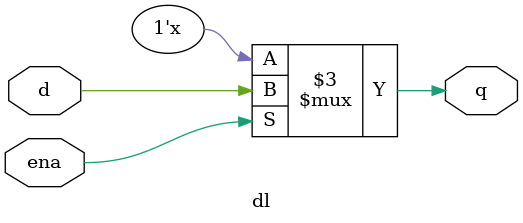
<source format=sv>
module dl(
	input        d,
	input        ena,
	output logic q
);

always_comb begin
  if(ena) q <= d;
  else q <= q;
end
	
endmodule : dl

</source>
